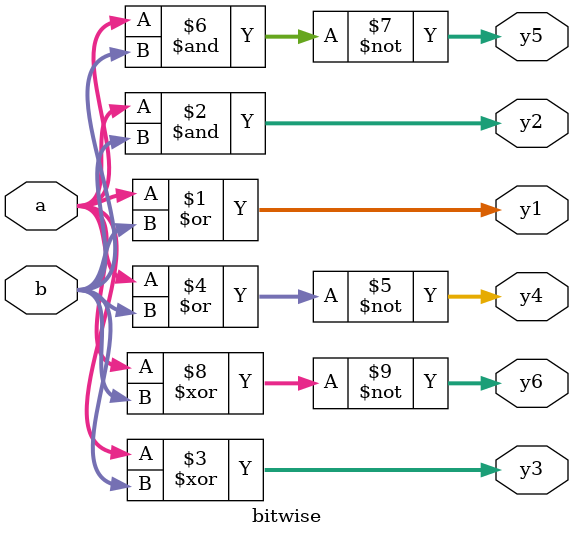
<source format=sv>
module bitwise (
	input logic [3:0] a, b,
	output logic [3:0] y1, y2, y3, y4, y5, y6
);

	assign y1 = a | b;
	assign y2 = a & b;
	assign y3 = a ^ b;
	assign y4 = ~(a | b);
	assign y5 = ~(a & b);
	assign y6 = ~(a ^ b);
	
endmodule
</source>
